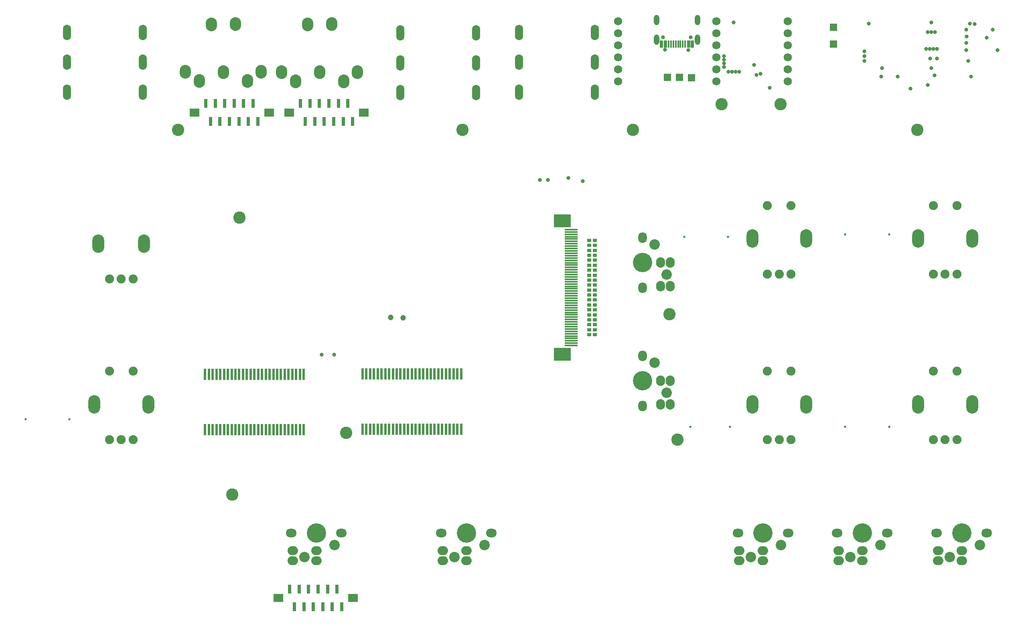
<source format=gbs>
G04*
G04 #@! TF.GenerationSoftware,Altium Limited,Altium Designer,24.2.2 (26)*
G04*
G04 Layer_Color=16711935*
%FSLAX25Y25*%
%MOIN*%
G70*
G04*
G04 #@! TF.SameCoordinates,5957EE86-81F1-4C7A-B0E9-50F0B43EC399*
G04*
G04*
G04 #@! TF.FilePolarity,Negative*
G04*
G01*
G75*
%ADD71R,0.03353X0.02762*%
%ADD102R,0.02400X0.09400*%
%ADD110C,0.04737*%
%ADD111O,0.07487X0.08668*%
%ADD112C,0.08668*%
%ADD113O,0.07093X0.09061*%
%ADD114C,0.16070*%
%ADD115O,0.09061X0.07093*%
%ADD116O,0.08668X0.07487*%
%ADD117O,0.06699X0.12998*%
%ADD118C,0.10243*%
%ADD119C,0.06900*%
%ADD120R,0.06306X0.06306*%
%ADD121O,0.04534X0.08668*%
%ADD122C,0.03156*%
%ADD123C,0.00400*%
%ADD125O,0.09849X0.15361*%
%ADD126C,0.07487*%
%ADD127O,0.09400X0.11400*%
%ADD128C,0.03162*%
%ADD129C,0.01975*%
%ADD161R,0.02762X0.06109*%
%ADD162R,0.01581X0.06109*%
%ADD163R,0.08268X0.06693*%
%ADD164R,0.02756X0.07284*%
%ADD165R,0.14179X0.10833*%
%ADD166R,0.10636X0.01581*%
D71*
X1810000Y1134587D02*
D03*
X1814528D02*
D03*
X1810000Y1130456D02*
D03*
X1814528D02*
D03*
X1810000Y1126324D02*
D03*
X1814528D02*
D03*
X1810000Y1122192D02*
D03*
X1814528D02*
D03*
X1810000Y1118061D02*
D03*
X1814528Y1118061D02*
D03*
X1810000Y1113929D02*
D03*
X1814528D02*
D03*
X1810000Y1109798D02*
D03*
X1814528D02*
D03*
X1810000Y1105666D02*
D03*
X1814528Y1105666D02*
D03*
X1810000Y1101535D02*
D03*
X1814528D02*
D03*
X1810000Y1097403D02*
D03*
X1814528Y1097403D02*
D03*
X1810000Y1093272D02*
D03*
X1814528D02*
D03*
X1810000Y1089140D02*
D03*
X1814528D02*
D03*
X1810000Y1085009D02*
D03*
X1814528Y1085009D02*
D03*
X1810000Y1080877D02*
D03*
X1814528Y1080877D02*
D03*
X1810000Y1076745D02*
D03*
X1814528D02*
D03*
X1810000Y1072614D02*
D03*
X1814528D02*
D03*
Y1068482D02*
D03*
X1810000Y1068482D02*
D03*
X1814528Y1064351D02*
D03*
X1810000D02*
D03*
X1814528Y1060219D02*
D03*
X1810000Y1060219D02*
D03*
X1814528Y1056087D02*
D03*
X1810000D02*
D03*
D102*
X1703445Y1023622D02*
D03*
X1700295D02*
D03*
X1697146D02*
D03*
X1693996D02*
D03*
X1690846D02*
D03*
X1687697D02*
D03*
X1684547D02*
D03*
X1681398D02*
D03*
X1678248D02*
D03*
X1675098D02*
D03*
X1671949D02*
D03*
X1668799D02*
D03*
X1665650D02*
D03*
X1662500D02*
D03*
X1659350D02*
D03*
X1656201D02*
D03*
X1653051D02*
D03*
X1649902D02*
D03*
X1646752D02*
D03*
X1643602D02*
D03*
X1640453D02*
D03*
X1637303D02*
D03*
X1634154D02*
D03*
X1631004D02*
D03*
X1627854D02*
D03*
X1624705D02*
D03*
X1621555D02*
D03*
Y977559D02*
D03*
X1624705D02*
D03*
X1627854D02*
D03*
X1631004D02*
D03*
X1634154D02*
D03*
X1637303D02*
D03*
X1640453D02*
D03*
X1643602D02*
D03*
X1646752D02*
D03*
X1649902D02*
D03*
X1653051D02*
D03*
X1656201D02*
D03*
X1659350D02*
D03*
X1662500D02*
D03*
X1665650D02*
D03*
X1668799D02*
D03*
X1671949D02*
D03*
X1675098D02*
D03*
X1678248D02*
D03*
X1681398D02*
D03*
X1684547D02*
D03*
X1687697D02*
D03*
X1690846D02*
D03*
X1693996D02*
D03*
X1697146D02*
D03*
X1700295D02*
D03*
X1703445D02*
D03*
X1572615Y1023209D02*
D03*
X1569465D02*
D03*
X1566316D02*
D03*
X1563166D02*
D03*
X1560016D02*
D03*
X1556867D02*
D03*
X1553717D02*
D03*
X1550568D02*
D03*
X1547418D02*
D03*
X1544268D02*
D03*
X1541119D02*
D03*
X1537969D02*
D03*
X1534820D02*
D03*
X1531670D02*
D03*
X1528520D02*
D03*
X1525371D02*
D03*
X1522221D02*
D03*
X1519072D02*
D03*
X1515922D02*
D03*
X1512772D02*
D03*
X1509623D02*
D03*
X1506473D02*
D03*
X1503324D02*
D03*
X1500174D02*
D03*
X1497024D02*
D03*
X1493875D02*
D03*
X1490725D02*
D03*
Y977146D02*
D03*
X1493875D02*
D03*
X1497024D02*
D03*
X1500174D02*
D03*
X1503324D02*
D03*
X1506473D02*
D03*
X1509623D02*
D03*
X1512772D02*
D03*
X1515922D02*
D03*
X1519072D02*
D03*
X1522221D02*
D03*
X1525371D02*
D03*
X1528520D02*
D03*
X1531670D02*
D03*
X1534820D02*
D03*
X1537969D02*
D03*
X1541119D02*
D03*
X1544268D02*
D03*
X1547418D02*
D03*
X1550568D02*
D03*
X1553717D02*
D03*
X1556867D02*
D03*
X1560016D02*
D03*
X1563166D02*
D03*
X1566316D02*
D03*
X1569465D02*
D03*
X1572615D02*
D03*
D110*
X1645009Y1070520D02*
D03*
X1655109Y1070121D02*
D03*
D111*
X1877362Y1096396D02*
D03*
X1869094Y1116081D02*
D03*
X1877362D02*
D03*
X1869094Y1096396D02*
D03*
Y998137D02*
D03*
X1877362Y1017822D02*
D03*
X1869094D02*
D03*
X1877362Y998137D02*
D03*
D112*
X1874134Y1106081D02*
D03*
X1864134Y1131081D02*
D03*
Y1032822D02*
D03*
X1874134Y1007822D02*
D03*
X1722806Y881312D02*
D03*
X1697806Y871312D02*
D03*
X1598138Y881312D02*
D03*
X1573138Y871312D02*
D03*
X2134450Y881312D02*
D03*
X2109450Y871312D02*
D03*
X2051772Y881312D02*
D03*
X2026772Y871312D02*
D03*
X1969261Y881312D02*
D03*
X1944261Y871312D02*
D03*
D113*
X1854134Y1095254D02*
D03*
Y1136908D02*
D03*
Y1038649D02*
D03*
Y996995D02*
D03*
D114*
Y1116081D02*
D03*
Y1017822D02*
D03*
X1707806Y891312D02*
D03*
X1583138D02*
D03*
X2119450D02*
D03*
X2036773D02*
D03*
X1954261D02*
D03*
D115*
X1728633D02*
D03*
X1686979D02*
D03*
X1603965D02*
D03*
X1562311D02*
D03*
X2140277D02*
D03*
X2098623D02*
D03*
X2057599D02*
D03*
X2015945D02*
D03*
X1975088D02*
D03*
X1933434D02*
D03*
D116*
X1688121Y876352D02*
D03*
X1707806Y868084D02*
D03*
Y876352D02*
D03*
X1688121Y868084D02*
D03*
X1563453Y876352D02*
D03*
X1583138Y868084D02*
D03*
Y876352D02*
D03*
X1563453Y868084D02*
D03*
X2099765Y876352D02*
D03*
X2119450Y868084D02*
D03*
Y876352D02*
D03*
X2099765Y868084D02*
D03*
X2017088Y876352D02*
D03*
X2036773Y868084D02*
D03*
Y876352D02*
D03*
X2017088Y868084D02*
D03*
X1934576Y876352D02*
D03*
X1954261Y868084D02*
D03*
Y876352D02*
D03*
X1934576Y868084D02*
D03*
D117*
X1439000Y1307500D02*
D03*
X1376008D02*
D03*
X1439000Y1282697D02*
D03*
Y1257894D02*
D03*
X1376008D02*
D03*
Y1282697D02*
D03*
X1716001Y1307106D02*
D03*
X1653009D02*
D03*
X1716001Y1282303D02*
D03*
Y1257500D02*
D03*
X1653009D02*
D03*
Y1282303D02*
D03*
X1814493Y1307500D02*
D03*
X1751501D02*
D03*
X1814493Y1282697D02*
D03*
Y1257894D02*
D03*
X1751501D02*
D03*
Y1282697D02*
D03*
D118*
X1468332Y1226414D02*
D03*
X2082505D02*
D03*
X1846284D02*
D03*
X1704552D02*
D03*
X1969000Y1248000D02*
D03*
X1920000D02*
D03*
X1519393Y1153548D02*
D03*
X1513150Y923233D02*
D03*
X1876535Y1073233D02*
D03*
X1883228Y968903D02*
D03*
X1608000Y974382D02*
D03*
D119*
X1974981Y1317000D02*
D03*
Y1307000D02*
D03*
Y1297000D02*
D03*
Y1287000D02*
D03*
Y1277000D02*
D03*
Y1267000D02*
D03*
X1915481Y1266999D02*
D03*
Y1276999D02*
D03*
Y1286999D02*
D03*
Y1296999D02*
D03*
Y1306999D02*
D03*
Y1316999D02*
D03*
X1834000Y1267000D02*
D03*
Y1277000D02*
D03*
Y1287000D02*
D03*
Y1297000D02*
D03*
Y1307000D02*
D03*
Y1317000D02*
D03*
D120*
X2013000Y1312000D02*
D03*
Y1298000D02*
D03*
X1874789Y1270005D02*
D03*
X1894981Y1269999D02*
D03*
X1884789Y1270005D02*
D03*
D121*
X1865773Y1301443D02*
D03*
X1899789D02*
D03*
X1865773Y1317899D02*
D03*
X1899789D02*
D03*
D122*
X1871403Y1303529D02*
D03*
X1894159D02*
D03*
X1921981Y1287999D02*
D03*
Y1281999D02*
D03*
Y1284999D02*
D03*
Y1278999D02*
D03*
X2038687Y1284000D02*
D03*
Y1291802D02*
D03*
X2038712Y1287856D02*
D03*
X2130347Y1314576D02*
D03*
X2096902Y1272000D02*
D03*
X2052652Y1271000D02*
D03*
X2076902Y1260879D02*
D03*
X2091339Y1263937D02*
D03*
X2097402Y1308000D02*
D03*
X2098902Y1294000D02*
D03*
X2095902D02*
D03*
X2094402Y1316000D02*
D03*
X2123691Y1304250D02*
D03*
X2126402Y1315000D02*
D03*
X2123402Y1299000D02*
D03*
X2123343Y1309931D02*
D03*
X2145189Y1310000D02*
D03*
X2140183Y1303219D02*
D03*
X2149402Y1293000D02*
D03*
X2091402Y1308000D02*
D03*
X2094402D02*
D03*
X2092902Y1294000D02*
D03*
X2089902D02*
D03*
X2042402Y1315000D02*
D03*
X2127339Y1270937D02*
D03*
X2123402Y1293000D02*
D03*
X2066171Y1270873D02*
D03*
X2053091Y1278000D02*
D03*
X2093146Y1286000D02*
D03*
X2094402Y1278000D02*
D03*
X2098902Y1286000D02*
D03*
X2124958Y1283757D02*
D03*
X1960007Y1261631D02*
D03*
X1928511Y1274908D02*
D03*
X1934511D02*
D03*
X1931511D02*
D03*
X1925511D02*
D03*
X1929981Y1315799D02*
D03*
X1946780Y1280440D02*
D03*
X1948862Y1272072D02*
D03*
X1952334Y1273068D02*
D03*
D123*
X1452500Y1094882D02*
D03*
D125*
X1440000Y1131882D02*
D03*
X1402000D02*
D03*
X2128111Y998260D02*
D03*
X2083229D02*
D03*
X1990316D02*
D03*
X1945434D02*
D03*
X1443504D02*
D03*
X1398622D02*
D03*
X2128111Y1136055D02*
D03*
X2083229D02*
D03*
X1990316D02*
D03*
X1945434D02*
D03*
D126*
X1430843Y1102425D02*
D03*
X1421000D02*
D03*
X1411158D02*
D03*
X2115513Y968733D02*
D03*
X2105670D02*
D03*
X2095828D02*
D03*
X2115513Y1025819D02*
D03*
X2095828D02*
D03*
X1977718Y968733D02*
D03*
X1967875D02*
D03*
X1958033D02*
D03*
X1977718Y1025819D02*
D03*
X1958033D02*
D03*
X1430906Y968733D02*
D03*
X1421063D02*
D03*
X1411221D02*
D03*
X1430906Y1025819D02*
D03*
X1411221D02*
D03*
X2115513Y1106528D02*
D03*
X2105670D02*
D03*
X2095828D02*
D03*
X2115513Y1163614D02*
D03*
X2095828D02*
D03*
X1977718Y1106528D02*
D03*
X1967875D02*
D03*
X1958033D02*
D03*
X1977718Y1163614D02*
D03*
X1958033D02*
D03*
D127*
X1576025Y1314100D02*
D03*
X1595775Y1314350D02*
D03*
X1585775Y1274350D02*
D03*
X1605775Y1266850D02*
D03*
X1617275Y1274550D02*
D03*
X1554275D02*
D03*
X1565775Y1266850D02*
D03*
X1496025Y1314300D02*
D03*
X1515775Y1314550D02*
D03*
X1505775Y1274550D02*
D03*
X1525775Y1267050D02*
D03*
X1537275Y1274750D02*
D03*
X1474275D02*
D03*
X1485775Y1267050D02*
D03*
D128*
X1892394Y1292901D02*
D03*
X1872912Y1293259D02*
D03*
X1598000Y1039382D02*
D03*
X1587500D02*
D03*
X1804500Y1183882D02*
D03*
X1792500Y1186382D02*
D03*
X1775500Y1184882D02*
D03*
X1769000D02*
D03*
X1645009Y1070520D02*
D03*
X1655109Y1070121D02*
D03*
D129*
X1894000Y979382D02*
D03*
X1926772D02*
D03*
X2059228Y1139382D02*
D03*
X2022728D02*
D03*
X2059228Y979382D02*
D03*
X2022728D02*
D03*
X1378000Y985882D02*
D03*
X1341500D02*
D03*
X1925272Y1137382D02*
D03*
X1888772D02*
D03*
D161*
X1869986Y1297840D02*
D03*
X1873135D02*
D03*
X1892427D02*
D03*
X1895576D02*
D03*
D162*
X1881797D02*
D03*
X1879828D02*
D03*
X1877860D02*
D03*
X1875891D02*
D03*
X1883765D02*
D03*
X1885734D02*
D03*
X1887702D02*
D03*
X1889671D02*
D03*
D163*
X1481795Y1241000D02*
D03*
X1544000D02*
D03*
X1622748D02*
D03*
X1560543D02*
D03*
X1613697Y837264D02*
D03*
X1551492D02*
D03*
D164*
X1534551Y1233618D02*
D03*
X1530614Y1248382D02*
D03*
X1526677Y1233618D02*
D03*
X1522740Y1248382D02*
D03*
X1518803Y1233618D02*
D03*
X1514866Y1248382D02*
D03*
X1510929Y1233618D02*
D03*
X1506992Y1248382D02*
D03*
X1503055Y1233618D02*
D03*
X1499118Y1248382D02*
D03*
X1495181Y1233618D02*
D03*
X1491244Y1248382D02*
D03*
X1569992D02*
D03*
X1573929Y1233618D02*
D03*
X1577866Y1248382D02*
D03*
X1581803Y1233618D02*
D03*
X1585740Y1248382D02*
D03*
X1589677Y1233618D02*
D03*
X1593614Y1248382D02*
D03*
X1597551Y1233618D02*
D03*
X1601488Y1248382D02*
D03*
X1605425Y1233618D02*
D03*
X1609362Y1248382D02*
D03*
X1613299Y1233618D02*
D03*
X1560941Y844646D02*
D03*
X1564878Y829882D02*
D03*
X1568815Y844646D02*
D03*
X1572752Y829882D02*
D03*
X1576689Y844646D02*
D03*
X1580626Y829882D02*
D03*
X1584563Y844646D02*
D03*
X1588500Y829882D02*
D03*
X1592437Y844646D02*
D03*
X1596374Y829882D02*
D03*
X1600311Y844646D02*
D03*
X1604248Y829882D02*
D03*
D165*
X1787542Y1150698D02*
D03*
Y1039971D02*
D03*
D166*
X1795000Y1116004D02*
D03*
Y1117972D02*
D03*
Y1119941D02*
D03*
Y1121910D02*
D03*
Y1123878D02*
D03*
Y1125846D02*
D03*
Y1127815D02*
D03*
Y1129784D02*
D03*
Y1131752D02*
D03*
Y1133720D02*
D03*
Y1135689D02*
D03*
Y1137658D02*
D03*
Y1139626D02*
D03*
X1795000Y1141595D02*
D03*
X1795000Y1143563D02*
D03*
Y1047106D02*
D03*
Y1049075D02*
D03*
Y1051043D02*
D03*
Y1053012D02*
D03*
Y1054980D02*
D03*
Y1056949D02*
D03*
Y1058918D02*
D03*
Y1060886D02*
D03*
Y1062854D02*
D03*
Y1064823D02*
D03*
Y1066792D02*
D03*
Y1068760D02*
D03*
Y1070728D02*
D03*
X1795000Y1072697D02*
D03*
Y1074666D02*
D03*
X1795000Y1076634D02*
D03*
Y1078603D02*
D03*
Y1080571D02*
D03*
Y1082539D02*
D03*
Y1084508D02*
D03*
Y1086477D02*
D03*
Y1088445D02*
D03*
Y1090413D02*
D03*
X1795000Y1092382D02*
D03*
Y1094351D02*
D03*
Y1096319D02*
D03*
Y1098287D02*
D03*
Y1100256D02*
D03*
Y1102225D02*
D03*
Y1104193D02*
D03*
X1795000Y1106161D02*
D03*
Y1108130D02*
D03*
Y1110098D02*
D03*
Y1112067D02*
D03*
Y1114036D02*
D03*
M02*

</source>
